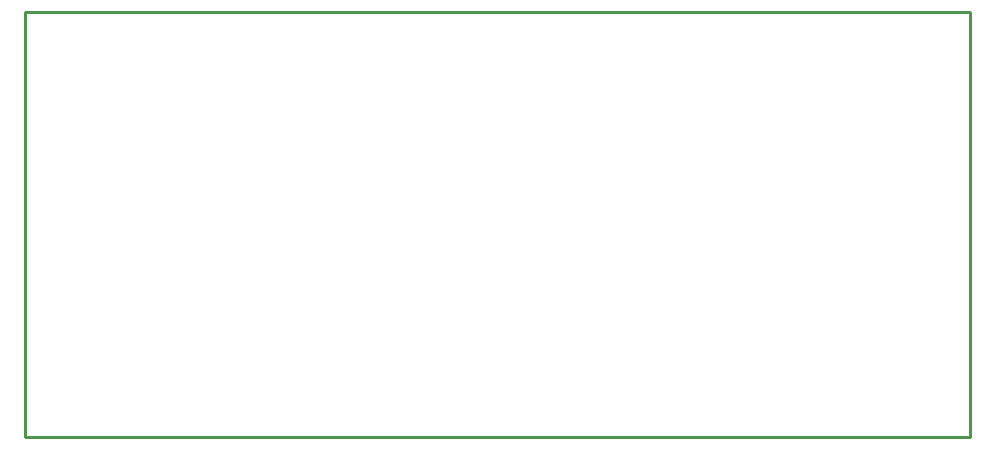
<source format=gbr>
G04 start of page 4 for group 2 idx 2 *
G04 Title: vt100lcd84, outline *
G04 Creator: pcb 20091103 *
G04 CreationDate: Tue 01 May 2012 10:21:43 PM GMT UTC *
G04 For: ecomer *
G04 Format: Gerber/RS-274X *
G04 PCB-Dimensions: 334646 161417 *
G04 PCB-Coordinate-Origin: lower left *
%MOIN*%
%FSLAX25Y25*%
%LNOUTLINE*%
%ADD12C,0.0100*%
G54D12*X9843Y151574D02*X324803D01*
X9843D02*Y9842D01*
X324803D01*
Y151574D01*
M02*

</source>
